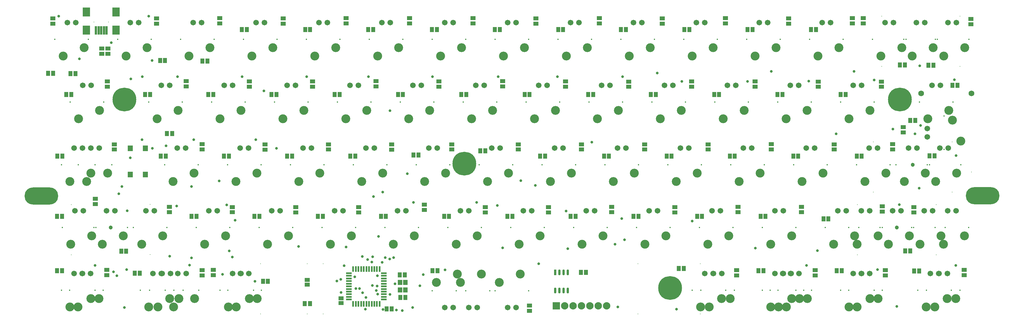
<source format=gbs>
%FSTAX23Y23*%
%MOIN*%
%SFA1B1*%

%IPPOS*%
%AMD56*
4,1,8,0.099000,0.102500,-0.099000,0.102500,-0.201000,0.000500,-0.201000,-0.000500,-0.099000,-0.102500,0.099000,-0.102500,0.201000,-0.000500,0.201000,0.000500,0.099000,0.102500,0.0*
1,1,0.204000,0.099000,0.000500*
1,1,0.204000,-0.099000,0.000500*
1,1,0.204000,-0.099000,-0.000500*
1,1,0.204000,0.099000,-0.000500*
%
%ADD47R,0.063000X0.051000*%
%ADD48R,0.051000X0.063000*%
%ADD49C,0.012000*%
%ADD50R,0.088000X0.088000*%
%ADD51C,0.088000*%
%ADD52C,0.067000*%
%ADD53C,0.106000*%
%ADD54C,0.016000*%
G04~CAMADD=56~8~0.0~0.0~4020.0~2050.0~1020.0~0.0~15~0.0~0.0~0.0~0.0~0~0.0~0.0~0.0~0.0~0~0.0~0.0~0.0~0.0~4020.0~2050.0*
%ADD56D56*%
%ADD57C,0.284000*%
%ADD58C,0.284000*%
%ADD59C,0.013000*%
%ADD60C,0.068000*%
%ADD61C,0.047000*%
%ADD62C,0.032000*%
%ADD63C,0.032000*%
%ADD64R,0.053000X0.063000*%
%ADD65O,0.023000X0.067000*%
%ADD66R,0.023000X0.067000*%
%ADD67R,0.067000X0.023000*%
%ADD68R,0.028000X0.071000*%
%ADD69O,0.028000X0.071000*%
%ADD70R,0.087000X0.106000*%
%ADD71R,0.028000X0.099000*%
%ADD72R,0.059000X0.047000*%
%ADD73R,0.059000X0.069000*%
%ADD74R,0.047000X0.059000*%
G54D47*
X46093Y57954D03*
Y57895D03*
X46499Y57675D03*
Y57734D03*
G54D48*
X5339Y5806D03*
X5333D03*
X43063Y60421D03*
X43004D03*
X43221Y60168D03*
X4328D03*
X43173Y59432D03*
X43114D03*
X43112Y58714D03*
X43171D03*
X43172Y58064D03*
X43112D03*
X4434Y60576D03*
X44399D03*
X4422Y60168D03*
X44161D03*
X44348Y59432D03*
X44407D03*
X43936Y58297D03*
X43877D03*
X44039Y58032D03*
X44098D03*
X44903Y6057D03*
X44844D03*
X44914Y60168D03*
X44973D03*
X4516Y59432D03*
X45101D03*
X44714Y58714D03*
X44773D03*
X45626Y57936D03*
X45567D03*
X45315Y60945D03*
X45374D03*
X45728Y60168D03*
X45669D03*
X45855Y59432D03*
X45914D03*
X45523Y58714D03*
X45464D03*
X4607Y60945D03*
X46129D03*
X4648Y60168D03*
X46421D03*
X46608Y59432D03*
X46667D03*
X4628Y58714D03*
X46221D03*
X46822Y60945D03*
X46881D03*
X47236Y60168D03*
X47177D03*
X47362Y59446D03*
X47421D03*
X47032Y58714D03*
X46973D03*
X47589Y58064D03*
X47648D03*
X4764Y60945D03*
X4758D03*
X47931Y60168D03*
X4799D03*
X48217Y59495D03*
X48158D03*
X47727Y58714D03*
X47786D03*
X48391Y60945D03*
X48332D03*
X48687Y60168D03*
X48746D03*
X48931Y59432D03*
X48872D03*
X48481Y58714D03*
X4854D03*
X49146Y60945D03*
X49087D03*
X49444Y60168D03*
X49503D03*
X49692Y59432D03*
X49633D03*
X49235Y58714D03*
X49294D03*
X49895Y60945D03*
X49836D03*
X50191Y60168D03*
X5025D03*
X50439Y59432D03*
X5038D03*
X49986Y58714D03*
X50045D03*
X53561Y60519D03*
X53501D03*
X50591Y60945D03*
X5065D03*
X51006Y60168D03*
X50947D03*
X51133Y59432D03*
X51192D03*
X50802Y58714D03*
X50743D03*
X50526Y5809D03*
X50586D03*
X51404Y60945D03*
X51345D03*
X51701Y60168D03*
X5176D03*
X51949Y59432D03*
X5189D03*
X515Y58714D03*
X51559D03*
X51535Y58062D03*
X51475D03*
X52102Y60945D03*
X52161D03*
X52516Y60168D03*
X52456D03*
X52647Y59432D03*
X52706D03*
X52309Y58684D03*
X5225D03*
X52409Y58062D03*
X52469D03*
X53222Y60524D03*
X53162D03*
X53285Y59858D03*
X53345D03*
X53574Y59435D03*
X53515D03*
X53224Y58299D03*
X53283D03*
X43331Y6042D03*
X43272D03*
X47042Y57607D03*
X47101D03*
X47263Y57741D03*
X47204D03*
X47257Y58011D03*
X47197D03*
G54D49*
X43552Y61036D03*
X43726D03*
X52843Y59603D03*
Y59003D03*
X53878Y61105D03*
Y60505D03*
X50781Y57547D03*
Y58147D03*
X45539Y57547D03*
Y58147D03*
X46283Y57547D03*
Y58147D03*
X50038Y57547D03*
Y58147D03*
X46095D03*
Y57547D03*
X52943Y61105D03*
Y60505D03*
X53784Y59603D03*
Y59003D03*
X52655Y58854D03*
Y58254D03*
X53595Y58854D03*
Y58254D03*
X43281Y58854D03*
Y58254D03*
X44221Y58855D03*
Y58255D03*
G54D50*
X49065Y57643D03*
G54D51*
X49165Y57643D03*
X49265D03*
X49365D03*
X49465D03*
X49565D03*
X49665D03*
G54D52*
X46233Y61029D03*
X46333D03*
X53525Y58029D03*
X53625D03*
X52701Y58779D03*
X52801D03*
X53451D03*
X53551D03*
X53638Y59529D03*
X53738D03*
X53489Y59663D03*
Y59763D03*
X52983Y61029D03*
X53083D03*
X52606Y58029D03*
X52706D03*
X53732Y58779D03*
X53832D03*
X51859Y58029D03*
X51959D03*
X51672D03*
X51772D03*
X50937D03*
X51037D03*
X47833Y57623D03*
X47733D03*
X48585Y57622D03*
X48485D03*
X45298Y58029D03*
X45398D03*
X44552D03*
X44652D03*
X44366D03*
X44466D03*
X53629D03*
X53729D03*
X53176Y58778D03*
X53076D03*
X53363Y59528D03*
X53263D03*
X53545Y60279D03*
X53645D03*
X53358Y61029D03*
X53458D03*
X527Y58029D03*
X528D03*
X5242Y58779D03*
X5252D03*
X52794Y59529D03*
X52894D03*
X52605Y60279D03*
X52705D03*
X52233Y61029D03*
X52333D03*
X51766Y58029D03*
X51866D03*
X5167Y58779D03*
X5177D03*
X52044Y59529D03*
X52144D03*
X51855Y60279D03*
X51955D03*
X51483Y61029D03*
X51583D03*
X50833Y58029D03*
X50933D03*
X5092Y58779D03*
X5102D03*
X51294Y59529D03*
X51394D03*
X51105Y60279D03*
X51205D03*
X50733Y61029D03*
X50833D03*
X43411Y58029D03*
X43511D03*
X53733Y61029D03*
X53833D03*
X5017Y58779D03*
X5027D03*
X50544Y59529D03*
X50644D03*
X50355Y60279D03*
X50455D03*
X49983Y61029D03*
X50083D03*
X4942Y58779D03*
X4952D03*
X49794Y59529D03*
X49894D03*
X49605Y60279D03*
X49705D03*
X49233Y61029D03*
X49333D03*
X43326Y58779D03*
X43426D03*
X4867D03*
X4877D03*
X49044Y59529D03*
X49144D03*
X48855Y60279D03*
X48955D03*
X48483Y61029D03*
X48583D03*
X4792Y58779D03*
X4802D03*
X48294Y59529D03*
X48394D03*
X48105Y60279D03*
X48205D03*
X47733Y61029D03*
X47833D03*
X43313Y59529D03*
X43413D03*
X4812Y57623D03*
X4802D03*
X4717Y58779D03*
X4727D03*
X47544Y59529D03*
X47644D03*
X47355Y60279D03*
X47455D03*
X46983Y61029D03*
X47083D03*
X4642Y58779D03*
X4652D03*
X46794Y59529D03*
X46894D03*
X46605Y60279D03*
X46705D03*
X4567Y58779D03*
X4577D03*
X46044Y59529D03*
X46144D03*
X45855Y60279D03*
X45955D03*
X45483Y61029D03*
X45583D03*
X45206Y58029D03*
X45306D03*
X4492Y58779D03*
X4502D03*
X45294Y59529D03*
X45394D03*
X45105Y60279D03*
X45205D03*
X44733Y61029D03*
X44833D03*
X44255Y58029D03*
X44355D03*
X4417Y58779D03*
X4427D03*
X44544Y59529D03*
X44644D03*
X44355Y60279D03*
X44455D03*
X43983Y61029D03*
X44083D03*
X43313Y58029D03*
X43413D03*
X43801Y58779D03*
X43701D03*
X43513Y59529D03*
X43613D03*
X43418Y60279D03*
X43518D03*
X43233Y61029D03*
X43333D03*
G54D53*
X46433Y60729D03*
X46183Y60629D03*
X53725Y57729D03*
X53475Y57629D03*
X52901Y58479D03*
X52651Y58379D03*
X53651Y58479D03*
X53401Y58379D03*
X53838Y59229D03*
X53588Y59129D03*
X53789Y59863D03*
X53889Y59613D03*
X53183Y60729D03*
X52933Y60629D03*
X52806Y57729D03*
X52556Y57629D03*
X53932Y58479D03*
X53682Y58379D03*
X52059Y57729D03*
X51809Y57629D03*
X51872Y57729D03*
X51622Y57629D03*
X51137Y57729D03*
X50887Y57629D03*
X47633Y57923D03*
X47883Y58023D03*
X48385Y57922D03*
X48635Y58022D03*
X45498Y57729D03*
X45248Y57629D03*
X44752Y57729D03*
X44502Y57629D03*
X44566Y57729D03*
X44316Y57629D03*
X53829Y57729D03*
X53579Y57629D03*
X53026Y58378D03*
X53276Y58478D03*
X53213Y59128D03*
X53463Y59228D03*
X53745Y59979D03*
X53495Y59879D03*
X53558Y60729D03*
X53308Y60629D03*
X529Y57729D03*
X5265Y57629D03*
X5262Y58479D03*
X5237Y58379D03*
X52994Y59229D03*
X52744Y59129D03*
X52805Y59979D03*
X52555Y59879D03*
X52433Y60729D03*
X52183Y60629D03*
X51966Y57729D03*
X51716Y57629D03*
X5187Y58479D03*
X5162Y58379D03*
X52244Y59229D03*
X51994Y59129D03*
X52055Y59979D03*
X51805Y59879D03*
X51683Y60729D03*
X51433Y60629D03*
X51033Y57729D03*
X50783Y57629D03*
X5112Y58479D03*
X5087Y58379D03*
X51494Y59229D03*
X51244Y59129D03*
X51305Y59979D03*
X51055Y59879D03*
X50933Y60729D03*
X50683Y60629D03*
X43611Y57729D03*
X43361Y57629D03*
X53933Y60729D03*
X53683Y60629D03*
X5037Y58479D03*
X5012Y58379D03*
X50744Y59229D03*
X50494Y59129D03*
X50555Y59979D03*
X50305Y59879D03*
X50183Y60729D03*
X49933Y60629D03*
X4962Y58479D03*
X4937Y58379D03*
X49994Y59229D03*
X49744Y59129D03*
X49805Y59979D03*
X49555Y59879D03*
X49433Y60729D03*
X49183Y60629D03*
X43526Y58479D03*
X43276Y58379D03*
X4887Y58479D03*
X4862Y58379D03*
X49244Y59229D03*
X48994Y59129D03*
X49055Y59979D03*
X48805Y59879D03*
X48683Y60729D03*
X48433Y60629D03*
X4812Y58479D03*
X4787Y58379D03*
X48494Y59229D03*
X48244Y59129D03*
X48305Y59979D03*
X48055Y59879D03*
X47933Y60729D03*
X47683Y60629D03*
X43513Y59229D03*
X43263Y59129D03*
X4792Y57923D03*
X4817Y58023D03*
X4737Y58479D03*
X4712Y58379D03*
X47744Y59229D03*
X47494Y59129D03*
X47555Y59979D03*
X47305Y59879D03*
X47183Y60729D03*
X46933Y60629D03*
X4662Y58479D03*
X4637Y58379D03*
X46994Y59229D03*
X46744Y59129D03*
X46805Y59979D03*
X46555Y59879D03*
X4587Y58479D03*
X4562Y58379D03*
X46244Y59229D03*
X45994Y59129D03*
X46055Y59979D03*
X45805Y59879D03*
X45683Y60729D03*
X45433Y60629D03*
X45406Y57729D03*
X45156Y57629D03*
X4512Y58479D03*
X4487Y58379D03*
X45494Y59229D03*
X45244Y59129D03*
X45305Y59979D03*
X45055Y59879D03*
X44933Y60729D03*
X44683Y60629D03*
X44455Y57729D03*
X44205Y57629D03*
X4437Y58479D03*
X4412Y58379D03*
X44744Y59229D03*
X44494Y59129D03*
X44555Y59979D03*
X44305Y59879D03*
X44183Y60729D03*
X43933Y60629D03*
X43513Y57729D03*
X43263Y57629D03*
X43651Y58379D03*
X43901Y58479D03*
X43713Y59229D03*
X43463Y59129D03*
X43618Y59979D03*
X43368Y59879D03*
X43433Y60729D03*
X43183Y60629D03*
G54D54*
X46483Y60829D03*
X46083D03*
X53775Y57829D03*
X53375D03*
X52951Y58579D03*
X52551D03*
X53701D03*
X53301D03*
X53888Y59329D03*
X53488D03*
X53689Y59913D03*
Y59513D03*
X53233Y60829D03*
X52833D03*
X52856Y57829D03*
X52456D03*
X53982Y58579D03*
X53582D03*
X52109Y57829D03*
X51709D03*
X51922D03*
X51522D03*
X51187D03*
X50787D03*
X47583Y57823D03*
X47983D03*
X48335Y57822D03*
X48735D03*
X45548Y57829D03*
X45148D03*
X44802D03*
X44402D03*
X44616D03*
X44216D03*
X53879D03*
X53479D03*
X52926Y58578D03*
X53326D03*
X53113Y59328D03*
X53513D03*
X53795Y60079D03*
X53395D03*
X53608Y60829D03*
X53208D03*
X5295Y57829D03*
X5255D03*
X5267Y58579D03*
X5227D03*
X53044Y59329D03*
X52644D03*
X52855Y60079D03*
X52455D03*
X52483Y60829D03*
X52083D03*
X52016Y57829D03*
X51616D03*
X5192Y58579D03*
X5152D03*
X52294Y59329D03*
X51894D03*
X52105Y60079D03*
X51705D03*
X51733Y60829D03*
X51333D03*
X51083Y57829D03*
X50683D03*
X5117Y58579D03*
X5077D03*
X51544Y59329D03*
X51144D03*
X51355Y60079D03*
X50955D03*
X50983Y60829D03*
X50583D03*
X43661Y57829D03*
X43261D03*
X53983Y60829D03*
X53583D03*
X5042Y58579D03*
X5002D03*
X50794Y59329D03*
X50394D03*
X50605Y60079D03*
X50205D03*
X50233Y60829D03*
X49833D03*
X4967Y58579D03*
X4927D03*
X50044Y59329D03*
X49644D03*
X49855Y60079D03*
X49455D03*
X49483Y60829D03*
X49083D03*
X43576Y58579D03*
X43176D03*
X4892D03*
X4852D03*
X49294Y59329D03*
X48894D03*
X49105Y60079D03*
X48705D03*
X48733Y60829D03*
X48333D03*
X4817Y58579D03*
X4777D03*
X48544Y59329D03*
X48144D03*
X48355Y60079D03*
X47955D03*
X47983Y60829D03*
X47583D03*
X43563Y59329D03*
X43163D03*
X4787Y57823D03*
X4827D03*
X4742Y58579D03*
X4702D03*
X47794Y59329D03*
X47394D03*
X47605Y60079D03*
X47205D03*
X47233Y60829D03*
X46833D03*
X4667Y58579D03*
X4627D03*
X47044Y59329D03*
X46644D03*
X46855Y60079D03*
X46455D03*
X4592Y58579D03*
X4552D03*
X46294Y59329D03*
X45894D03*
X46105Y60079D03*
X45705D03*
X45733Y60829D03*
X45333D03*
X45456Y57829D03*
X45056D03*
X4517Y58579D03*
X4477D03*
X45544Y59329D03*
X45144D03*
X45355Y60079D03*
X44955D03*
X44983Y60829D03*
X44583D03*
X44505Y57829D03*
X44105D03*
X4442Y58579D03*
X4402D03*
X44794Y59329D03*
X44394D03*
X44605Y60079D03*
X44205D03*
X44233Y60829D03*
X43833D03*
X43563Y57829D03*
X43163D03*
X43551Y58579D03*
X43951D03*
X43763Y59329D03*
X43363D03*
X43668Y60079D03*
X43268D03*
X43483Y60829D03*
X43083D03*
G54D56*
X54149Y5896D03*
X42923Y58957D03*
G54D57*
X47969Y59341D03*
X53161Y6011D03*
G54D58*
X50422Y57856D03*
X43916Y6011D03*
G54D59*
X53413Y59243D03*
X54013D03*
G54D60*
X53413Y60183D03*
X54013D03*
G54D61*
X53126Y58578D03*
X53313Y59328D03*
X43751Y58579D03*
G54D62*
X46557Y58347D03*
X46751Y58232D03*
X48856Y58145D03*
X47738Y58073D03*
X45567Y57936D03*
X50562Y60327D03*
X51343D03*
X52075Y60329D03*
X52855Y60344D03*
X45236Y58666D03*
X46535Y58122D03*
X5381Y60347D03*
X47438Y57884D03*
X46918Y57826D03*
X46927Y57879D03*
X46933Y57782D03*
X4708Y57779D03*
X48371Y60382D03*
X49855D03*
X49079D03*
X47588D03*
X46824D03*
X46088D03*
X45317D03*
X44547D03*
X48641Y59138D03*
X48815Y59081D03*
X44205Y61107D03*
X43131D03*
X50268Y60426D03*
X53391Y59049D03*
X47081Y59977D03*
X44246Y60576D03*
X45045Y59136D03*
X44713Y5907D03*
X43885Y59069D03*
X4469Y5813D03*
X4735Y57621D03*
X47228Y57587D03*
X46789Y57601D03*
X47478Y58016D03*
X46946Y58473D03*
X46989Y58162D03*
X47078Y58202D03*
X46863Y58167D03*
X492Y58325D03*
X46872Y57885D03*
X46997Y576D03*
X52178Y58303D03*
X51439Y58332D03*
X46931Y58002D03*
X46661Y57989D03*
X48424Y58337D03*
X46796Y57744D03*
X46755Y57798D03*
X46674Y5785D03*
X46719D03*
X46496Y57958D03*
X46448Y57939D03*
X46815Y58197D03*
X43758Y60788D03*
X43379Y60596D03*
X44741Y59629D03*
X45481D03*
X53077Y59757D03*
X524Y59699D03*
X44126Y59629D03*
X44537Y58837D03*
X45133Y5885D03*
X46885Y58948D03*
X48115Y58879D03*
X47362Y5888D03*
X52048Y58127D03*
X53828D03*
X44715Y58215D03*
X44453Y58235D03*
X43564Y58127D03*
X4399Y60357D03*
X44129Y60381D03*
X45577Y60212D03*
X45729Y59525D03*
X43985Y59411D03*
X49487Y596D03*
X49181Y58777D03*
X49799Y57629D03*
X45166Y58299D03*
X45202Y58226D03*
X47141Y57907D03*
X46497Y57801D03*
X44248Y59527D03*
X44412Y59556D03*
X47157Y57591D03*
X46875Y58229D03*
X47266Y57922D03*
X47024Y58219D03*
X47126Y58218D03*
X4836Y58843D03*
X47287Y59221D03*
X46993Y59004D03*
X53831Y59439D03*
X43849Y58983D03*
X43949Y58778D03*
X5334Y59699D03*
X53407Y598D03*
X4599Y58353D03*
X49877Y58432D03*
X50685Y58656D03*
X53153Y58854D03*
X52893Y58077D03*
X43941Y58076D03*
X43785Y58049D03*
G54D63*
X45472Y57937D03*
X45084Y5802D03*
X53398Y60513D03*
X53123Y57635D03*
X50499Y57603D03*
X49765Y5838D03*
X49845Y58686D03*
X52615Y60445D03*
X51629D03*
X43823Y58004D03*
X43915Y57622D03*
G54D64*
X47266Y57834D03*
X47202D03*
X47266Y57922D03*
X47202D03*
G54D65*
X46642Y58084D03*
G54D66*
X46674Y58084D03*
X46705D03*
X46737D03*
X46768D03*
X468D03*
X46831D03*
X46863D03*
X46894D03*
X46926D03*
X46957D03*
Y57666D03*
X46926D03*
X46894D03*
X46863D03*
X46831D03*
X468D03*
X46768D03*
X46737D03*
X46705D03*
X46674D03*
X46642D03*
G54D67*
X47009Y58033D03*
Y58001D03*
Y5797D03*
Y57938D03*
Y57907D03*
Y57875D03*
Y57844D03*
Y57812D03*
Y57781D03*
Y57749D03*
Y57718D03*
X46591D03*
Y57749D03*
Y57781D03*
Y57812D03*
Y57844D03*
Y57875D03*
Y57907D03*
Y57938D03*
Y5797D03*
Y58001D03*
Y58033D03*
G54D68*
X49052Y58042D03*
G54D69*
X49102Y58042D03*
X49152D03*
X49202D03*
X49052Y57825D03*
X49102D03*
X49152D03*
X49202D03*
G54D70*
X43816Y61155D03*
X43462D03*
Y60938D03*
X43816D03*
G54D71*
X43576Y60935D03*
X43608D03*
X43639D03*
X4367D03*
X43702D03*
G54D72*
X53929Y58072D03*
Y58009D03*
X53328Y58821D03*
Y58758D03*
X43793Y59511D03*
Y59574D03*
X52726Y61081D03*
Y61018D03*
X52988Y5807D03*
Y58007D03*
X52952Y58832D03*
Y58769D03*
X53075Y59577D03*
Y59514D03*
X52942Y60324D03*
Y60261D03*
X52593Y61081D03*
Y61018D03*
X52151Y5807D03*
Y58007D03*
X51987Y58825D03*
Y58762D03*
X52378Y59574D03*
Y59511D03*
X52188Y60324D03*
Y60261D03*
X51836Y6108D03*
Y61017D03*
X51216Y58069D03*
Y58006D03*
X51231Y58825D03*
Y58762D03*
X51627Y59575D03*
Y59512D03*
X51436Y60327D03*
Y60264D03*
X51082Y61081D03*
Y61018D03*
X54009Y61071D03*
Y61008D03*
X50477Y58823D03*
Y5876D03*
X50873Y59574D03*
Y59511D03*
X50679Y60327D03*
Y60264D03*
X50328Y6108D03*
Y61017D03*
X49724Y58825D03*
Y58762D03*
X50117Y59574D03*
Y59511D03*
X49927Y60324D03*
Y60261D03*
X49577Y61081D03*
Y61018D03*
X4897Y58823D03*
Y5876D03*
X49363Y59574D03*
Y59511D03*
X49173Y60327D03*
Y60264D03*
X48822Y6108D03*
Y61017D03*
X48217Y58821D03*
Y58758D03*
X48611Y59574D03*
Y59511D03*
X48423Y60329D03*
Y60266D03*
X48071Y61082D03*
Y61019D03*
X48746Y57647D03*
Y57584D03*
X47491Y58851D03*
Y58788D03*
X47818Y59574D03*
Y59511D03*
X47666Y60325D03*
Y60262D03*
X47314Y61081D03*
Y61018D03*
X46708Y58823D03*
Y5876D03*
X471Y59572D03*
Y59509D03*
X46914Y60329D03*
Y60266D03*
X46559Y61081D03*
Y61018D03*
X45957Y58823D03*
Y5876D03*
X46348Y59574D03*
Y59511D03*
X46159Y60327D03*
Y60264D03*
X45807Y6108D03*
Y61017D03*
X44974Y58071D03*
Y58008D03*
X45202Y58824D03*
Y58761D03*
X45592Y59571D03*
Y59508D03*
X45405Y60327D03*
Y60264D03*
X45051Y61082D03*
Y61019D03*
X4484Y5807D03*
Y58007D03*
X44451Y58825D03*
Y58762D03*
X4484Y59575D03*
Y59512D03*
X44652Y60329D03*
Y60266D03*
X44297Y6108D03*
Y61017D03*
X43704Y58009D03*
Y58072D03*
X43569Y58859D03*
Y58922D03*
X43711Y60263D03*
Y60326D03*
X4306Y61017D03*
Y6108D03*
X43717Y6072D03*
Y60657D03*
X43646Y6072D03*
Y60657D03*
X532Y59779D03*
Y59716D03*
G54D73*
X44163Y59214D03*
Y59527D03*
X43986D03*
Y59214D03*
G54D74*
X53849Y60278D03*
X53787D03*
X46127Y5767D03*
X46065D03*
X44483Y59702D03*
X44421D03*
X49357Y58041D03*
X49419D03*
M02*
</source>
